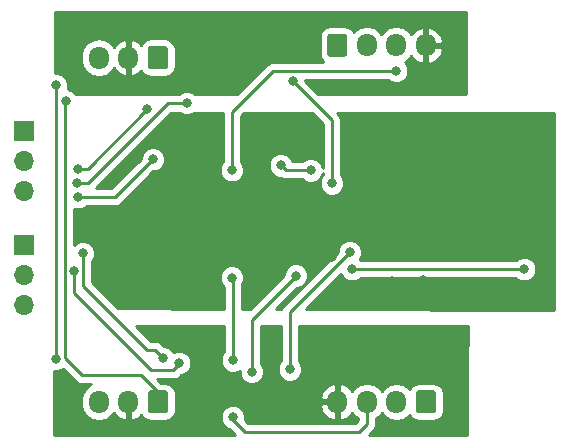
<source format=gbr>
G04 #@! TF.GenerationSoftware,KiCad,Pcbnew,(5.0.1)-3*
G04 #@! TF.CreationDate,2019-06-20T21:19:37-04:00*
G04 #@! TF.ProjectId,mars-aqua-adapter,6D6172732D617175612D616461707465,rev?*
G04 #@! TF.SameCoordinates,Original*
G04 #@! TF.FileFunction,Copper,L2,Bot,Signal*
G04 #@! TF.FilePolarity,Positive*
%FSLAX46Y46*%
G04 Gerber Fmt 4.6, Leading zero omitted, Abs format (unit mm)*
G04 Created by KiCad (PCBNEW (5.0.1)-3) date 6/20/2019 9:19:37 PM*
%MOMM*%
%LPD*%
G01*
G04 APERTURE LIST*
G04 #@! TA.AperFunction,Conductor*
%ADD10C,0.100000*%
G04 #@! TD*
G04 #@! TA.AperFunction,ComponentPad*
%ADD11C,1.700000*%
G04 #@! TD*
G04 #@! TA.AperFunction,ComponentPad*
%ADD12O,1.700000X1.950000*%
G04 #@! TD*
G04 #@! TA.AperFunction,ComponentPad*
%ADD13R,1.700000X1.700000*%
G04 #@! TD*
G04 #@! TA.AperFunction,ComponentPad*
%ADD14O,1.700000X1.700000*%
G04 #@! TD*
G04 #@! TA.AperFunction,ViaPad*
%ADD15C,0.800000*%
G04 #@! TD*
G04 #@! TA.AperFunction,Conductor*
%ADD16C,0.250000*%
G04 #@! TD*
G04 #@! TA.AperFunction,Conductor*
%ADD17C,0.254000*%
G04 #@! TD*
G04 APERTURE END LIST*
D10*
G04 #@! TO.N,/ch1_input*
G04 #@! TO.C,J2*
G36*
X123824504Y-109226204D02*
X123848773Y-109229804D01*
X123872571Y-109235765D01*
X123895671Y-109244030D01*
X123917849Y-109254520D01*
X123938893Y-109267133D01*
X123958598Y-109281747D01*
X123976777Y-109298223D01*
X123993253Y-109316402D01*
X124007867Y-109336107D01*
X124020480Y-109357151D01*
X124030970Y-109379329D01*
X124039235Y-109402429D01*
X124045196Y-109426227D01*
X124048796Y-109450496D01*
X124050000Y-109475000D01*
X124050000Y-110925000D01*
X124048796Y-110949504D01*
X124045196Y-110973773D01*
X124039235Y-110997571D01*
X124030970Y-111020671D01*
X124020480Y-111042849D01*
X124007867Y-111063893D01*
X123993253Y-111083598D01*
X123976777Y-111101777D01*
X123958598Y-111118253D01*
X123938893Y-111132867D01*
X123917849Y-111145480D01*
X123895671Y-111155970D01*
X123872571Y-111164235D01*
X123848773Y-111170196D01*
X123824504Y-111173796D01*
X123800000Y-111175000D01*
X122600000Y-111175000D01*
X122575496Y-111173796D01*
X122551227Y-111170196D01*
X122527429Y-111164235D01*
X122504329Y-111155970D01*
X122482151Y-111145480D01*
X122461107Y-111132867D01*
X122441402Y-111118253D01*
X122423223Y-111101777D01*
X122406747Y-111083598D01*
X122392133Y-111063893D01*
X122379520Y-111042849D01*
X122369030Y-111020671D01*
X122360765Y-110997571D01*
X122354804Y-110973773D01*
X122351204Y-110949504D01*
X122350000Y-110925000D01*
X122350000Y-109475000D01*
X122351204Y-109450496D01*
X122354804Y-109426227D01*
X122360765Y-109402429D01*
X122369030Y-109379329D01*
X122379520Y-109357151D01*
X122392133Y-109336107D01*
X122406747Y-109316402D01*
X122423223Y-109298223D01*
X122441402Y-109281747D01*
X122461107Y-109267133D01*
X122482151Y-109254520D01*
X122504329Y-109244030D01*
X122527429Y-109235765D01*
X122551227Y-109229804D01*
X122575496Y-109226204D01*
X122600000Y-109225000D01*
X123800000Y-109225000D01*
X123824504Y-109226204D01*
X123824504Y-109226204D01*
G37*
D11*
G04 #@! TD*
G04 #@! TO.P,J2,1*
G04 #@! TO.N,/ch1_input*
X123200000Y-110200000D03*
D12*
G04 #@! TO.P,J2,2*
G04 #@! TO.N,GND*
X120700000Y-110200000D03*
G04 #@! TO.P,J2,3*
G04 #@! TO.N,/ch2_input*
X118200000Y-110200000D03*
G04 #@! TD*
G04 #@! TO.P,J1,3*
G04 #@! TO.N,/ch2_input*
X118200000Y-81050000D03*
G04 #@! TO.P,J1,2*
G04 #@! TO.N,GND*
X120700000Y-81050000D03*
D10*
G04 #@! TD*
G04 #@! TO.N,/ch1_input*
G04 #@! TO.C,J1*
G36*
X123824504Y-80076204D02*
X123848773Y-80079804D01*
X123872571Y-80085765D01*
X123895671Y-80094030D01*
X123917849Y-80104520D01*
X123938893Y-80117133D01*
X123958598Y-80131747D01*
X123976777Y-80148223D01*
X123993253Y-80166402D01*
X124007867Y-80186107D01*
X124020480Y-80207151D01*
X124030970Y-80229329D01*
X124039235Y-80252429D01*
X124045196Y-80276227D01*
X124048796Y-80300496D01*
X124050000Y-80325000D01*
X124050000Y-81775000D01*
X124048796Y-81799504D01*
X124045196Y-81823773D01*
X124039235Y-81847571D01*
X124030970Y-81870671D01*
X124020480Y-81892849D01*
X124007867Y-81913893D01*
X123993253Y-81933598D01*
X123976777Y-81951777D01*
X123958598Y-81968253D01*
X123938893Y-81982867D01*
X123917849Y-81995480D01*
X123895671Y-82005970D01*
X123872571Y-82014235D01*
X123848773Y-82020196D01*
X123824504Y-82023796D01*
X123800000Y-82025000D01*
X122600000Y-82025000D01*
X122575496Y-82023796D01*
X122551227Y-82020196D01*
X122527429Y-82014235D01*
X122504329Y-82005970D01*
X122482151Y-81995480D01*
X122461107Y-81982867D01*
X122441402Y-81968253D01*
X122423223Y-81951777D01*
X122406747Y-81933598D01*
X122392133Y-81913893D01*
X122379520Y-81892849D01*
X122369030Y-81870671D01*
X122360765Y-81847571D01*
X122354804Y-81823773D01*
X122351204Y-81799504D01*
X122350000Y-81775000D01*
X122350000Y-80325000D01*
X122351204Y-80300496D01*
X122354804Y-80276227D01*
X122360765Y-80252429D01*
X122369030Y-80229329D01*
X122379520Y-80207151D01*
X122392133Y-80186107D01*
X122406747Y-80166402D01*
X122423223Y-80148223D01*
X122441402Y-80131747D01*
X122461107Y-80117133D01*
X122482151Y-80104520D01*
X122504329Y-80094030D01*
X122527429Y-80085765D01*
X122551227Y-80079804D01*
X122575496Y-80076204D01*
X122600000Y-80075000D01*
X123800000Y-80075000D01*
X123824504Y-80076204D01*
X123824504Y-80076204D01*
G37*
D11*
G04 #@! TO.P,J1,1*
G04 #@! TO.N,/ch1_input*
X123200000Y-81050000D03*
G04 #@! TD*
D10*
G04 #@! TO.N,/ch1_enable*
G04 #@! TO.C,J3*
G36*
X139006864Y-79026204D02*
X139031133Y-79029804D01*
X139054931Y-79035765D01*
X139078031Y-79044030D01*
X139100209Y-79054520D01*
X139121253Y-79067133D01*
X139140958Y-79081747D01*
X139159137Y-79098223D01*
X139175613Y-79116402D01*
X139190227Y-79136107D01*
X139202840Y-79157151D01*
X139213330Y-79179329D01*
X139221595Y-79202429D01*
X139227556Y-79226227D01*
X139231156Y-79250496D01*
X139232360Y-79275000D01*
X139232360Y-80725000D01*
X139231156Y-80749504D01*
X139227556Y-80773773D01*
X139221595Y-80797571D01*
X139213330Y-80820671D01*
X139202840Y-80842849D01*
X139190227Y-80863893D01*
X139175613Y-80883598D01*
X139159137Y-80901777D01*
X139140958Y-80918253D01*
X139121253Y-80932867D01*
X139100209Y-80945480D01*
X139078031Y-80955970D01*
X139054931Y-80964235D01*
X139031133Y-80970196D01*
X139006864Y-80973796D01*
X138982360Y-80975000D01*
X137782360Y-80975000D01*
X137757856Y-80973796D01*
X137733587Y-80970196D01*
X137709789Y-80964235D01*
X137686689Y-80955970D01*
X137664511Y-80945480D01*
X137643467Y-80932867D01*
X137623762Y-80918253D01*
X137605583Y-80901777D01*
X137589107Y-80883598D01*
X137574493Y-80863893D01*
X137561880Y-80842849D01*
X137551390Y-80820671D01*
X137543125Y-80797571D01*
X137537164Y-80773773D01*
X137533564Y-80749504D01*
X137532360Y-80725000D01*
X137532360Y-79275000D01*
X137533564Y-79250496D01*
X137537164Y-79226227D01*
X137543125Y-79202429D01*
X137551390Y-79179329D01*
X137561880Y-79157151D01*
X137574493Y-79136107D01*
X137589107Y-79116402D01*
X137605583Y-79098223D01*
X137623762Y-79081747D01*
X137643467Y-79067133D01*
X137664511Y-79054520D01*
X137686689Y-79044030D01*
X137709789Y-79035765D01*
X137733587Y-79029804D01*
X137757856Y-79026204D01*
X137782360Y-79025000D01*
X138982360Y-79025000D01*
X139006864Y-79026204D01*
X139006864Y-79026204D01*
G37*
D11*
G04 #@! TD*
G04 #@! TO.P,J3,1*
G04 #@! TO.N,/ch1_enable*
X138382360Y-80000000D03*
D12*
G04 #@! TO.P,J3,2*
G04 #@! TO.N,Net-(D3-Pad2)*
X140882360Y-80000000D03*
G04 #@! TO.P,J3,3*
G04 #@! TO.N,/ch1_output*
X143382360Y-80000000D03*
G04 #@! TO.P,J3,4*
G04 #@! TO.N,GND*
X145882360Y-80000000D03*
G04 #@! TD*
G04 #@! TO.P,J4,4*
G04 #@! TO.N,GND*
X138400000Y-110200000D03*
G04 #@! TO.P,J4,3*
G04 #@! TO.N,/ch2_output*
X140900000Y-110200000D03*
G04 #@! TO.P,J4,2*
G04 #@! TO.N,Net-(D4-Pad2)*
X143400000Y-110200000D03*
D10*
G04 #@! TD*
G04 #@! TO.N,/ch2_enable*
G04 #@! TO.C,J4*
G36*
X146524504Y-109226204D02*
X146548773Y-109229804D01*
X146572571Y-109235765D01*
X146595671Y-109244030D01*
X146617849Y-109254520D01*
X146638893Y-109267133D01*
X146658598Y-109281747D01*
X146676777Y-109298223D01*
X146693253Y-109316402D01*
X146707867Y-109336107D01*
X146720480Y-109357151D01*
X146730970Y-109379329D01*
X146739235Y-109402429D01*
X146745196Y-109426227D01*
X146748796Y-109450496D01*
X146750000Y-109475000D01*
X146750000Y-110925000D01*
X146748796Y-110949504D01*
X146745196Y-110973773D01*
X146739235Y-110997571D01*
X146730970Y-111020671D01*
X146720480Y-111042849D01*
X146707867Y-111063893D01*
X146693253Y-111083598D01*
X146676777Y-111101777D01*
X146658598Y-111118253D01*
X146638893Y-111132867D01*
X146617849Y-111145480D01*
X146595671Y-111155970D01*
X146572571Y-111164235D01*
X146548773Y-111170196D01*
X146524504Y-111173796D01*
X146500000Y-111175000D01*
X145300000Y-111175000D01*
X145275496Y-111173796D01*
X145251227Y-111170196D01*
X145227429Y-111164235D01*
X145204329Y-111155970D01*
X145182151Y-111145480D01*
X145161107Y-111132867D01*
X145141402Y-111118253D01*
X145123223Y-111101777D01*
X145106747Y-111083598D01*
X145092133Y-111063893D01*
X145079520Y-111042849D01*
X145069030Y-111020671D01*
X145060765Y-110997571D01*
X145054804Y-110973773D01*
X145051204Y-110949504D01*
X145050000Y-110925000D01*
X145050000Y-109475000D01*
X145051204Y-109450496D01*
X145054804Y-109426227D01*
X145060765Y-109402429D01*
X145069030Y-109379329D01*
X145079520Y-109357151D01*
X145092133Y-109336107D01*
X145106747Y-109316402D01*
X145123223Y-109298223D01*
X145141402Y-109281747D01*
X145161107Y-109267133D01*
X145182151Y-109254520D01*
X145204329Y-109244030D01*
X145227429Y-109235765D01*
X145251227Y-109229804D01*
X145275496Y-109226204D01*
X145300000Y-109225000D01*
X146500000Y-109225000D01*
X146524504Y-109226204D01*
X146524504Y-109226204D01*
G37*
D11*
G04 #@! TO.P,J4,1*
G04 #@! TO.N,/ch2_enable*
X145900000Y-110200000D03*
G04 #@! TD*
D13*
G04 #@! TO.P,J6,1*
G04 #@! TO.N,Net-(J6-Pad1)*
X111831120Y-87299800D03*
D14*
G04 #@! TO.P,J6,2*
G04 #@! TO.N,Net-(J6-Pad2)*
X111831120Y-89839800D03*
G04 #@! TO.P,J6,3*
G04 #@! TO.N,Net-(J6-Pad3)*
X111831120Y-92379800D03*
G04 #@! TD*
D13*
G04 #@! TO.P,J5,1*
G04 #@! TO.N,Net-(J5-Pad1)*
X111871760Y-96923860D03*
D14*
G04 #@! TO.P,J5,2*
G04 #@! TO.N,Net-(J5-Pad2)*
X111871760Y-99463860D03*
G04 #@! TO.P,J5,3*
G04 #@! TO.N,Net-(J5-Pad3)*
X111871760Y-102003860D03*
G04 #@! TD*
D15*
G04 #@! TO.N,+12V*
X151398000Y-90394000D03*
X137950000Y-97950000D03*
X127500000Y-90000000D03*
X145630000Y-99890000D03*
X143000000Y-100000000D03*
X126940000Y-99450000D03*
X150114000Y-94234000D03*
G04 #@! TO.N,GND*
X126690000Y-83180000D03*
X126690000Y-81590000D03*
X126690000Y-79760000D03*
X148336000Y-78236000D03*
X148336000Y-79946000D03*
X148336000Y-81656000D03*
X128524000Y-82550000D03*
X115496340Y-110418880D03*
X125552200Y-110373160D03*
X135882380Y-109598460D03*
X135882380Y-111010700D03*
X135836660Y-108051600D03*
X148465540Y-107683300D03*
X148465540Y-109291120D03*
X148465540Y-110944660D03*
X115420140Y-108539280D03*
X115443000Y-112026700D03*
X114932460Y-77861160D03*
G04 #@! TO.N,/ch2_input*
X114561620Y-83393280D03*
X114559080Y-106547920D03*
G04 #@! TO.N,/ch1_input*
X115412520Y-84749640D03*
G04 #@! TO.N,/ch1_output*
X143382360Y-82168360D03*
X129460000Y-90580000D03*
G04 #@! TO.N,/ch2_output*
X129540000Y-111506000D03*
X129540000Y-106680000D03*
X129460000Y-99670000D03*
G04 #@! TO.N,Net-(R20-Pad1)*
X136130000Y-90600000D03*
X133604000Y-90170000D03*
G04 #@! TO.N,Net-(R10-Pad2)*
X131155000Y-107635000D03*
X134885000Y-99505000D03*
G04 #@! TO.N,Net-(J5-Pad1)*
X116847620Y-97602040D03*
X123630000Y-106480000D03*
G04 #@! TO.N,Net-(J5-Pad2)*
X125006100Y-106916220D03*
X116113560Y-99103180D03*
G04 #@! TO.N,Net-(J6-Pad1)*
X122320000Y-85370000D03*
X116453920Y-90444320D03*
G04 #@! TO.N,Net-(J6-Pad2)*
X116370100Y-91668600D03*
X125646180Y-84889340D03*
G04 #@! TO.N,Net-(J6-Pad3)*
X122786140Y-89646760D03*
X116425980Y-92872560D03*
G04 #@! TO.N,/Vref*
X139446000Y-97536000D03*
X134366000Y-107442000D03*
X134620000Y-83058000D03*
X137922000Y-91694000D03*
G04 #@! TO.N,Net-(Q4-Pad1)*
X154220000Y-98960000D03*
X139630000Y-98960000D03*
G04 #@! TD*
D16*
G04 #@! TO.N,/ch2_input*
X114561620Y-103604060D02*
X114561620Y-83393280D01*
X114561620Y-106545380D02*
X114561620Y-103604060D01*
X114559080Y-106547920D02*
X114561620Y-106545380D01*
G04 #@! TO.N,/ch1_input*
X115351560Y-84810600D02*
X115412520Y-84749640D01*
X115351560Y-106504740D02*
X115351560Y-84810600D01*
X116791740Y-107944920D02*
X115351560Y-106504740D01*
X121742200Y-107944920D02*
X116791740Y-107944920D01*
X123200000Y-110200000D02*
X123200000Y-109402720D01*
X123200000Y-109402720D02*
X121742200Y-107944920D01*
G04 #@! TO.N,/ch1_output*
X129460000Y-85678000D02*
X129460000Y-90580000D01*
X143382360Y-82168360D02*
X132969640Y-82168360D01*
X132969640Y-82168360D02*
X129460000Y-85678000D01*
G04 #@! TO.N,/ch2_output*
X140900000Y-110200000D02*
X140900000Y-112084000D01*
X140900000Y-112084000D02*
X140208000Y-112776000D01*
X140208000Y-112776000D02*
X130556000Y-112776000D01*
X130556000Y-112776000D02*
X129540000Y-111760000D01*
X129540000Y-111760000D02*
X129540000Y-111506000D01*
X129540000Y-106680000D02*
X129540000Y-99750000D01*
X129540000Y-99750000D02*
X129460000Y-99670000D01*
G04 #@! TO.N,Net-(R20-Pad1)*
X136130000Y-90600000D02*
X134034000Y-90600000D01*
X134034000Y-90600000D02*
X133604000Y-90170000D01*
G04 #@! TO.N,Net-(R10-Pad2)*
X131155000Y-107635000D02*
X131155000Y-103265000D01*
X131155000Y-103265000D02*
X134885000Y-99535000D01*
X134885000Y-99535000D02*
X134885000Y-99505000D01*
G04 #@! TO.N,Net-(J5-Pad1)*
X116847620Y-100352860D02*
X116847620Y-97602040D01*
X122288300Y-105793540D02*
X116847620Y-100352860D01*
X122943540Y-105793540D02*
X122288300Y-105793540D01*
X123630000Y-106480000D02*
X122943540Y-105793540D01*
G04 #@! TO.N,Net-(J5-Pad2)*
X125006100Y-106916220D02*
X125006100Y-107015280D01*
X125006100Y-107015280D02*
X124493020Y-107528360D01*
X124493020Y-107528360D02*
X122651520Y-107528360D01*
X122651520Y-107528360D02*
X116113560Y-100990400D01*
X116113560Y-100990400D02*
X116113560Y-99103180D01*
G04 #@! TO.N,Net-(J6-Pad1)*
X117245680Y-90444320D02*
X122320000Y-85370000D01*
X116453920Y-90444320D02*
X117245680Y-90444320D01*
G04 #@! TO.N,Net-(J6-Pad2)*
X116370100Y-91668600D02*
X116888260Y-91668600D01*
X116888260Y-91668600D02*
X117304820Y-91668600D01*
X117304820Y-91668600D02*
X124084080Y-84889340D01*
X124084080Y-84889340D02*
X125646180Y-84889340D01*
G04 #@! TO.N,Net-(J6-Pad3)*
X122786140Y-89646760D02*
X119560340Y-92872560D01*
X119560340Y-92872560D02*
X116425980Y-92872560D01*
G04 #@! TO.N,/Vref*
X139446000Y-97536000D02*
X134620000Y-102362000D01*
X134620000Y-102362000D02*
X134366000Y-102616000D01*
X134366000Y-102616000D02*
X134366000Y-107442000D01*
X134620000Y-83058000D02*
X137922000Y-86360000D01*
X137922000Y-86360000D02*
X137922000Y-91694000D01*
G04 #@! TO.N,Net-(Q4-Pad1)*
X154220000Y-98960000D02*
X139630000Y-98960000D01*
G04 #@! TD*
D17*
G04 #@! TO.N,GND*
G36*
X149255480Y-84122260D02*
X136759061Y-84122260D01*
X135655000Y-83018199D01*
X135655000Y-82928360D01*
X142678649Y-82928360D01*
X142796080Y-83045791D01*
X143176486Y-83203360D01*
X143588234Y-83203360D01*
X143968640Y-83045791D01*
X144259791Y-82754640D01*
X144417360Y-82374234D01*
X144417360Y-81962486D01*
X144259791Y-81582080D01*
X144105511Y-81427800D01*
X144452985Y-81195625D01*
X144635606Y-80922313D01*
X145011167Y-81327497D01*
X145525470Y-81566476D01*
X145755360Y-81445155D01*
X145755360Y-80127000D01*
X146009360Y-80127000D01*
X146009360Y-81445155D01*
X146239250Y-81566476D01*
X146753553Y-81327497D01*
X147147413Y-80902571D01*
X147348680Y-80359267D01*
X147208525Y-80127000D01*
X146009360Y-80127000D01*
X145755360Y-80127000D01*
X145735360Y-80127000D01*
X145735360Y-79873000D01*
X145755360Y-79873000D01*
X145755360Y-78554845D01*
X146009360Y-78554845D01*
X146009360Y-79873000D01*
X147208525Y-79873000D01*
X147348680Y-79640733D01*
X147147413Y-79097429D01*
X146753553Y-78672503D01*
X146239250Y-78433524D01*
X146009360Y-78554845D01*
X145755360Y-78554845D01*
X145525470Y-78433524D01*
X145011167Y-78672503D01*
X144635606Y-79077687D01*
X144452985Y-78804375D01*
X143961777Y-78476161D01*
X143382360Y-78360908D01*
X142802942Y-78476161D01*
X142311735Y-78804375D01*
X142132360Y-79072829D01*
X141952985Y-78804375D01*
X141461777Y-78476161D01*
X140882360Y-78360908D01*
X140302942Y-78476161D01*
X139811735Y-78804375D01*
X139769118Y-78868156D01*
X139616946Y-78640414D01*
X139325795Y-78445874D01*
X138982360Y-78377560D01*
X137782360Y-78377560D01*
X137438925Y-78445874D01*
X137147774Y-78640414D01*
X136953234Y-78931565D01*
X136884920Y-79275000D01*
X136884920Y-80725000D01*
X136953234Y-81068435D01*
X137147774Y-81359586D01*
X137220770Y-81408360D01*
X133044486Y-81408360D01*
X132969639Y-81393472D01*
X132894792Y-81408360D01*
X132894788Y-81408360D01*
X132673103Y-81452456D01*
X132673101Y-81452457D01*
X132673102Y-81452457D01*
X132485166Y-81578031D01*
X132485164Y-81578033D01*
X132421711Y-81620431D01*
X132379313Y-81683884D01*
X129940938Y-84122260D01*
X126342811Y-84122260D01*
X126232460Y-84011909D01*
X125852054Y-83854340D01*
X125440306Y-83854340D01*
X125059900Y-84011909D01*
X124949549Y-84122260D01*
X124123332Y-84122260D01*
X124084079Y-84114452D01*
X124044826Y-84122260D01*
X116248851Y-84122260D01*
X115998800Y-83872209D01*
X115618394Y-83714640D01*
X115548784Y-83714640D01*
X115596620Y-83599154D01*
X115596620Y-83187406D01*
X115439051Y-82807000D01*
X115147900Y-82515849D01*
X114767494Y-82358280D01*
X114513360Y-82358280D01*
X114513360Y-80778744D01*
X116715000Y-80778744D01*
X116715000Y-81321255D01*
X116801161Y-81754417D01*
X117129375Y-82245625D01*
X117620582Y-82573839D01*
X118200000Y-82689092D01*
X118779417Y-82573839D01*
X119270625Y-82245625D01*
X119453246Y-81972313D01*
X119828807Y-82377497D01*
X120343110Y-82616476D01*
X120573000Y-82495155D01*
X120573000Y-81177000D01*
X120553000Y-81177000D01*
X120553000Y-80923000D01*
X120573000Y-80923000D01*
X120573000Y-79604845D01*
X120827000Y-79604845D01*
X120827000Y-80923000D01*
X120847000Y-80923000D01*
X120847000Y-81177000D01*
X120827000Y-81177000D01*
X120827000Y-82495155D01*
X121056890Y-82616476D01*
X121571193Y-82377497D01*
X121787815Y-82143789D01*
X121965414Y-82409586D01*
X122256565Y-82604126D01*
X122600000Y-82672440D01*
X123800000Y-82672440D01*
X124143435Y-82604126D01*
X124434586Y-82409586D01*
X124629126Y-82118435D01*
X124697440Y-81775000D01*
X124697440Y-80325000D01*
X124629126Y-79981565D01*
X124434586Y-79690414D01*
X124143435Y-79495874D01*
X123800000Y-79427560D01*
X122600000Y-79427560D01*
X122256565Y-79495874D01*
X121965414Y-79690414D01*
X121787815Y-79956211D01*
X121571193Y-79722503D01*
X121056890Y-79483524D01*
X120827000Y-79604845D01*
X120573000Y-79604845D01*
X120343110Y-79483524D01*
X119828807Y-79722503D01*
X119453246Y-80127687D01*
X119270625Y-79854375D01*
X118779418Y-79526161D01*
X118200000Y-79410908D01*
X117620583Y-79526161D01*
X117129375Y-79854375D01*
X116801161Y-80345582D01*
X116715000Y-80778744D01*
X114513360Y-80778744D01*
X114513360Y-77210000D01*
X149255480Y-77210000D01*
X149255480Y-84122260D01*
X149255480Y-84122260D01*
G37*
X149255480Y-84122260D02*
X136759061Y-84122260D01*
X135655000Y-83018199D01*
X135655000Y-82928360D01*
X142678649Y-82928360D01*
X142796080Y-83045791D01*
X143176486Y-83203360D01*
X143588234Y-83203360D01*
X143968640Y-83045791D01*
X144259791Y-82754640D01*
X144417360Y-82374234D01*
X144417360Y-81962486D01*
X144259791Y-81582080D01*
X144105511Y-81427800D01*
X144452985Y-81195625D01*
X144635606Y-80922313D01*
X145011167Y-81327497D01*
X145525470Y-81566476D01*
X145755360Y-81445155D01*
X145755360Y-80127000D01*
X146009360Y-80127000D01*
X146009360Y-81445155D01*
X146239250Y-81566476D01*
X146753553Y-81327497D01*
X147147413Y-80902571D01*
X147348680Y-80359267D01*
X147208525Y-80127000D01*
X146009360Y-80127000D01*
X145755360Y-80127000D01*
X145735360Y-80127000D01*
X145735360Y-79873000D01*
X145755360Y-79873000D01*
X145755360Y-78554845D01*
X146009360Y-78554845D01*
X146009360Y-79873000D01*
X147208525Y-79873000D01*
X147348680Y-79640733D01*
X147147413Y-79097429D01*
X146753553Y-78672503D01*
X146239250Y-78433524D01*
X146009360Y-78554845D01*
X145755360Y-78554845D01*
X145525470Y-78433524D01*
X145011167Y-78672503D01*
X144635606Y-79077687D01*
X144452985Y-78804375D01*
X143961777Y-78476161D01*
X143382360Y-78360908D01*
X142802942Y-78476161D01*
X142311735Y-78804375D01*
X142132360Y-79072829D01*
X141952985Y-78804375D01*
X141461777Y-78476161D01*
X140882360Y-78360908D01*
X140302942Y-78476161D01*
X139811735Y-78804375D01*
X139769118Y-78868156D01*
X139616946Y-78640414D01*
X139325795Y-78445874D01*
X138982360Y-78377560D01*
X137782360Y-78377560D01*
X137438925Y-78445874D01*
X137147774Y-78640414D01*
X136953234Y-78931565D01*
X136884920Y-79275000D01*
X136884920Y-80725000D01*
X136953234Y-81068435D01*
X137147774Y-81359586D01*
X137220770Y-81408360D01*
X133044486Y-81408360D01*
X132969639Y-81393472D01*
X132894792Y-81408360D01*
X132894788Y-81408360D01*
X132673103Y-81452456D01*
X132673101Y-81452457D01*
X132673102Y-81452457D01*
X132485166Y-81578031D01*
X132485164Y-81578033D01*
X132421711Y-81620431D01*
X132379313Y-81683884D01*
X129940938Y-84122260D01*
X126342811Y-84122260D01*
X126232460Y-84011909D01*
X125852054Y-83854340D01*
X125440306Y-83854340D01*
X125059900Y-84011909D01*
X124949549Y-84122260D01*
X124123332Y-84122260D01*
X124084079Y-84114452D01*
X124044826Y-84122260D01*
X116248851Y-84122260D01*
X115998800Y-83872209D01*
X115618394Y-83714640D01*
X115548784Y-83714640D01*
X115596620Y-83599154D01*
X115596620Y-83187406D01*
X115439051Y-82807000D01*
X115147900Y-82515849D01*
X114767494Y-82358280D01*
X114513360Y-82358280D01*
X114513360Y-80778744D01*
X116715000Y-80778744D01*
X116715000Y-81321255D01*
X116801161Y-81754417D01*
X117129375Y-82245625D01*
X117620582Y-82573839D01*
X118200000Y-82689092D01*
X118779417Y-82573839D01*
X119270625Y-82245625D01*
X119453246Y-81972313D01*
X119828807Y-82377497D01*
X120343110Y-82616476D01*
X120573000Y-82495155D01*
X120573000Y-81177000D01*
X120553000Y-81177000D01*
X120553000Y-80923000D01*
X120573000Y-80923000D01*
X120573000Y-79604845D01*
X120827000Y-79604845D01*
X120827000Y-80923000D01*
X120847000Y-80923000D01*
X120847000Y-81177000D01*
X120827000Y-81177000D01*
X120827000Y-82495155D01*
X121056890Y-82616476D01*
X121571193Y-82377497D01*
X121787815Y-82143789D01*
X121965414Y-82409586D01*
X122256565Y-82604126D01*
X122600000Y-82672440D01*
X123800000Y-82672440D01*
X124143435Y-82604126D01*
X124434586Y-82409586D01*
X124629126Y-82118435D01*
X124697440Y-81775000D01*
X124697440Y-80325000D01*
X124629126Y-79981565D01*
X124434586Y-79690414D01*
X124143435Y-79495874D01*
X123800000Y-79427560D01*
X122600000Y-79427560D01*
X122256565Y-79495874D01*
X121965414Y-79690414D01*
X121787815Y-79956211D01*
X121571193Y-79722503D01*
X121056890Y-79483524D01*
X120827000Y-79604845D01*
X120573000Y-79604845D01*
X120343110Y-79483524D01*
X119828807Y-79722503D01*
X119453246Y-80127687D01*
X119270625Y-79854375D01*
X118779418Y-79526161D01*
X118200000Y-79410908D01*
X117620583Y-79526161D01*
X117129375Y-79854375D01*
X116801161Y-80345582D01*
X116715000Y-80778744D01*
X114513360Y-80778744D01*
X114513360Y-77210000D01*
X149255480Y-77210000D01*
X149255480Y-84122260D01*
G36*
X128780000Y-103770448D02*
X128780000Y-105976289D01*
X128662569Y-106093720D01*
X128505000Y-106474126D01*
X128505000Y-106885874D01*
X128662569Y-107266280D01*
X128953720Y-107557431D01*
X129334126Y-107715000D01*
X129745874Y-107715000D01*
X130120000Y-107560032D01*
X130120000Y-107840874D01*
X130277569Y-108221280D01*
X130568720Y-108512431D01*
X130949126Y-108670000D01*
X131360874Y-108670000D01*
X131741280Y-108512431D01*
X132032431Y-108221280D01*
X132190000Y-107840874D01*
X132190000Y-107429126D01*
X132032431Y-107048720D01*
X131915000Y-106931289D01*
X131915000Y-103774098D01*
X133606000Y-103776067D01*
X133606001Y-106738288D01*
X133488569Y-106855720D01*
X133331000Y-107236126D01*
X133331000Y-107647874D01*
X133488569Y-108028280D01*
X133779720Y-108319431D01*
X134160126Y-108477000D01*
X134571874Y-108477000D01*
X134952280Y-108319431D01*
X135243431Y-108028280D01*
X135401000Y-107647874D01*
X135401000Y-107236126D01*
X135243431Y-106855720D01*
X135126000Y-106738289D01*
X135126000Y-103777837D01*
X149426317Y-103794489D01*
X149343036Y-107306990D01*
X149343004Y-107310967D01*
X149386232Y-112990560D01*
X141068241Y-112990560D01*
X141384473Y-112674329D01*
X141447929Y-112631929D01*
X141549804Y-112479463D01*
X141615904Y-112380538D01*
X141646231Y-112228071D01*
X141660000Y-112158852D01*
X141660000Y-112158848D01*
X141674888Y-112084000D01*
X141660000Y-112009152D01*
X141660000Y-111603178D01*
X141970625Y-111395625D01*
X142150000Y-111127171D01*
X142329375Y-111395625D01*
X142820582Y-111723839D01*
X143400000Y-111839092D01*
X143979417Y-111723839D01*
X144470625Y-111395625D01*
X144513242Y-111331844D01*
X144665414Y-111559586D01*
X144956565Y-111754126D01*
X145300000Y-111822440D01*
X146500000Y-111822440D01*
X146843435Y-111754126D01*
X147134586Y-111559586D01*
X147329126Y-111268435D01*
X147397440Y-110925000D01*
X147397440Y-109475000D01*
X147329126Y-109131565D01*
X147134586Y-108840414D01*
X146843435Y-108645874D01*
X146500000Y-108577560D01*
X145300000Y-108577560D01*
X144956565Y-108645874D01*
X144665414Y-108840414D01*
X144513242Y-109068156D01*
X144470625Y-109004375D01*
X143979418Y-108676161D01*
X143400000Y-108560908D01*
X142820583Y-108676161D01*
X142329375Y-109004375D01*
X142150000Y-109272829D01*
X141970625Y-109004375D01*
X141479418Y-108676161D01*
X140900000Y-108560908D01*
X140320583Y-108676161D01*
X139829375Y-109004375D01*
X139646754Y-109277687D01*
X139271193Y-108872503D01*
X138756890Y-108633524D01*
X138527000Y-108754845D01*
X138527000Y-110073000D01*
X138547000Y-110073000D01*
X138547000Y-110327000D01*
X138527000Y-110327000D01*
X138527000Y-111645155D01*
X138756890Y-111766476D01*
X139271193Y-111527497D01*
X139646754Y-111122313D01*
X139829375Y-111395625D01*
X140140001Y-111603178D01*
X140140001Y-111769198D01*
X139893199Y-112016000D01*
X130870802Y-112016000D01*
X130572562Y-111717760D01*
X130575000Y-111711874D01*
X130575000Y-111300126D01*
X130417431Y-110919720D01*
X130126280Y-110628569D01*
X129958970Y-110559267D01*
X136933680Y-110559267D01*
X137134947Y-111102571D01*
X137528807Y-111527497D01*
X138043110Y-111766476D01*
X138273000Y-111645155D01*
X138273000Y-110327000D01*
X137073835Y-110327000D01*
X136933680Y-110559267D01*
X129958970Y-110559267D01*
X129745874Y-110471000D01*
X129334126Y-110471000D01*
X128953720Y-110628569D01*
X128662569Y-110919720D01*
X128505000Y-111300126D01*
X128505000Y-111711874D01*
X128662569Y-112092280D01*
X128953720Y-112383431D01*
X129184025Y-112478826D01*
X129695758Y-112990560D01*
X114387000Y-112990560D01*
X114387000Y-107582920D01*
X114764954Y-107582920D01*
X115145360Y-107425351D01*
X115171365Y-107399346D01*
X116201410Y-108429392D01*
X116243811Y-108492849D01*
X116495203Y-108660824D01*
X116716888Y-108704920D01*
X116716892Y-108704920D01*
X116791739Y-108719808D01*
X116866586Y-108704920D01*
X117577542Y-108704920D01*
X117129375Y-109004375D01*
X116801161Y-109495582D01*
X116715000Y-109928744D01*
X116715000Y-110471255D01*
X116801161Y-110904417D01*
X117129375Y-111395625D01*
X117620582Y-111723839D01*
X118200000Y-111839092D01*
X118779417Y-111723839D01*
X119270625Y-111395625D01*
X119453246Y-111122313D01*
X119828807Y-111527497D01*
X120343110Y-111766476D01*
X120573000Y-111645155D01*
X120573000Y-110327000D01*
X120553000Y-110327000D01*
X120553000Y-110073000D01*
X120573000Y-110073000D01*
X120573000Y-110053000D01*
X120827000Y-110053000D01*
X120827000Y-110073000D01*
X120847000Y-110073000D01*
X120847000Y-110327000D01*
X120827000Y-110327000D01*
X120827000Y-111645155D01*
X121056890Y-111766476D01*
X121571193Y-111527497D01*
X121787815Y-111293789D01*
X121965414Y-111559586D01*
X122256565Y-111754126D01*
X122600000Y-111822440D01*
X123800000Y-111822440D01*
X124143435Y-111754126D01*
X124434586Y-111559586D01*
X124629126Y-111268435D01*
X124697440Y-110925000D01*
X124697440Y-109840733D01*
X136933680Y-109840733D01*
X137073835Y-110073000D01*
X138273000Y-110073000D01*
X138273000Y-108754845D01*
X138043110Y-108633524D01*
X137528807Y-108872503D01*
X137134947Y-109297429D01*
X136933680Y-109840733D01*
X124697440Y-109840733D01*
X124697440Y-109475000D01*
X124629126Y-109131565D01*
X124434586Y-108840414D01*
X124143435Y-108645874D01*
X123800000Y-108577560D01*
X123449642Y-108577560D01*
X123160442Y-108288360D01*
X124418173Y-108288360D01*
X124493020Y-108303248D01*
X124567867Y-108288360D01*
X124567872Y-108288360D01*
X124789557Y-108244264D01*
X125040949Y-108076289D01*
X125083351Y-108012830D01*
X125144961Y-107951220D01*
X125211974Y-107951220D01*
X125592380Y-107793651D01*
X125883531Y-107502500D01*
X126041100Y-107122094D01*
X126041100Y-106710346D01*
X125883531Y-106329940D01*
X125592380Y-106038789D01*
X125211974Y-105881220D01*
X124800226Y-105881220D01*
X124545890Y-105986569D01*
X124507431Y-105893720D01*
X124216280Y-105602569D01*
X123835874Y-105445000D01*
X123669801Y-105445000D01*
X123533871Y-105309070D01*
X123491469Y-105245611D01*
X123240077Y-105077636D01*
X123018392Y-105033540D01*
X123018387Y-105033540D01*
X122943540Y-105018652D01*
X122868693Y-105033540D01*
X122603103Y-105033540D01*
X121331337Y-103761774D01*
X128780000Y-103770448D01*
X128780000Y-103770448D01*
G37*
X128780000Y-103770448D02*
X128780000Y-105976289D01*
X128662569Y-106093720D01*
X128505000Y-106474126D01*
X128505000Y-106885874D01*
X128662569Y-107266280D01*
X128953720Y-107557431D01*
X129334126Y-107715000D01*
X129745874Y-107715000D01*
X130120000Y-107560032D01*
X130120000Y-107840874D01*
X130277569Y-108221280D01*
X130568720Y-108512431D01*
X130949126Y-108670000D01*
X131360874Y-108670000D01*
X131741280Y-108512431D01*
X132032431Y-108221280D01*
X132190000Y-107840874D01*
X132190000Y-107429126D01*
X132032431Y-107048720D01*
X131915000Y-106931289D01*
X131915000Y-103774098D01*
X133606000Y-103776067D01*
X133606001Y-106738288D01*
X133488569Y-106855720D01*
X133331000Y-107236126D01*
X133331000Y-107647874D01*
X133488569Y-108028280D01*
X133779720Y-108319431D01*
X134160126Y-108477000D01*
X134571874Y-108477000D01*
X134952280Y-108319431D01*
X135243431Y-108028280D01*
X135401000Y-107647874D01*
X135401000Y-107236126D01*
X135243431Y-106855720D01*
X135126000Y-106738289D01*
X135126000Y-103777837D01*
X149426317Y-103794489D01*
X149343036Y-107306990D01*
X149343004Y-107310967D01*
X149386232Y-112990560D01*
X141068241Y-112990560D01*
X141384473Y-112674329D01*
X141447929Y-112631929D01*
X141549804Y-112479463D01*
X141615904Y-112380538D01*
X141646231Y-112228071D01*
X141660000Y-112158852D01*
X141660000Y-112158848D01*
X141674888Y-112084000D01*
X141660000Y-112009152D01*
X141660000Y-111603178D01*
X141970625Y-111395625D01*
X142150000Y-111127171D01*
X142329375Y-111395625D01*
X142820582Y-111723839D01*
X143400000Y-111839092D01*
X143979417Y-111723839D01*
X144470625Y-111395625D01*
X144513242Y-111331844D01*
X144665414Y-111559586D01*
X144956565Y-111754126D01*
X145300000Y-111822440D01*
X146500000Y-111822440D01*
X146843435Y-111754126D01*
X147134586Y-111559586D01*
X147329126Y-111268435D01*
X147397440Y-110925000D01*
X147397440Y-109475000D01*
X147329126Y-109131565D01*
X147134586Y-108840414D01*
X146843435Y-108645874D01*
X146500000Y-108577560D01*
X145300000Y-108577560D01*
X144956565Y-108645874D01*
X144665414Y-108840414D01*
X144513242Y-109068156D01*
X144470625Y-109004375D01*
X143979418Y-108676161D01*
X143400000Y-108560908D01*
X142820583Y-108676161D01*
X142329375Y-109004375D01*
X142150000Y-109272829D01*
X141970625Y-109004375D01*
X141479418Y-108676161D01*
X140900000Y-108560908D01*
X140320583Y-108676161D01*
X139829375Y-109004375D01*
X139646754Y-109277687D01*
X139271193Y-108872503D01*
X138756890Y-108633524D01*
X138527000Y-108754845D01*
X138527000Y-110073000D01*
X138547000Y-110073000D01*
X138547000Y-110327000D01*
X138527000Y-110327000D01*
X138527000Y-111645155D01*
X138756890Y-111766476D01*
X139271193Y-111527497D01*
X139646754Y-111122313D01*
X139829375Y-111395625D01*
X140140001Y-111603178D01*
X140140001Y-111769198D01*
X139893199Y-112016000D01*
X130870802Y-112016000D01*
X130572562Y-111717760D01*
X130575000Y-111711874D01*
X130575000Y-111300126D01*
X130417431Y-110919720D01*
X130126280Y-110628569D01*
X129958970Y-110559267D01*
X136933680Y-110559267D01*
X137134947Y-111102571D01*
X137528807Y-111527497D01*
X138043110Y-111766476D01*
X138273000Y-111645155D01*
X138273000Y-110327000D01*
X137073835Y-110327000D01*
X136933680Y-110559267D01*
X129958970Y-110559267D01*
X129745874Y-110471000D01*
X129334126Y-110471000D01*
X128953720Y-110628569D01*
X128662569Y-110919720D01*
X128505000Y-111300126D01*
X128505000Y-111711874D01*
X128662569Y-112092280D01*
X128953720Y-112383431D01*
X129184025Y-112478826D01*
X129695758Y-112990560D01*
X114387000Y-112990560D01*
X114387000Y-107582920D01*
X114764954Y-107582920D01*
X115145360Y-107425351D01*
X115171365Y-107399346D01*
X116201410Y-108429392D01*
X116243811Y-108492849D01*
X116495203Y-108660824D01*
X116716888Y-108704920D01*
X116716892Y-108704920D01*
X116791739Y-108719808D01*
X116866586Y-108704920D01*
X117577542Y-108704920D01*
X117129375Y-109004375D01*
X116801161Y-109495582D01*
X116715000Y-109928744D01*
X116715000Y-110471255D01*
X116801161Y-110904417D01*
X117129375Y-111395625D01*
X117620582Y-111723839D01*
X118200000Y-111839092D01*
X118779417Y-111723839D01*
X119270625Y-111395625D01*
X119453246Y-111122313D01*
X119828807Y-111527497D01*
X120343110Y-111766476D01*
X120573000Y-111645155D01*
X120573000Y-110327000D01*
X120553000Y-110327000D01*
X120553000Y-110073000D01*
X120573000Y-110073000D01*
X120573000Y-110053000D01*
X120827000Y-110053000D01*
X120827000Y-110073000D01*
X120847000Y-110073000D01*
X120847000Y-110327000D01*
X120827000Y-110327000D01*
X120827000Y-111645155D01*
X121056890Y-111766476D01*
X121571193Y-111527497D01*
X121787815Y-111293789D01*
X121965414Y-111559586D01*
X122256565Y-111754126D01*
X122600000Y-111822440D01*
X123800000Y-111822440D01*
X124143435Y-111754126D01*
X124434586Y-111559586D01*
X124629126Y-111268435D01*
X124697440Y-110925000D01*
X124697440Y-109840733D01*
X136933680Y-109840733D01*
X137073835Y-110073000D01*
X138273000Y-110073000D01*
X138273000Y-108754845D01*
X138043110Y-108633524D01*
X137528807Y-108872503D01*
X137134947Y-109297429D01*
X136933680Y-109840733D01*
X124697440Y-109840733D01*
X124697440Y-109475000D01*
X124629126Y-109131565D01*
X124434586Y-108840414D01*
X124143435Y-108645874D01*
X123800000Y-108577560D01*
X123449642Y-108577560D01*
X123160442Y-108288360D01*
X124418173Y-108288360D01*
X124493020Y-108303248D01*
X124567867Y-108288360D01*
X124567872Y-108288360D01*
X124789557Y-108244264D01*
X125040949Y-108076289D01*
X125083351Y-108012830D01*
X125144961Y-107951220D01*
X125211974Y-107951220D01*
X125592380Y-107793651D01*
X125883531Y-107502500D01*
X126041100Y-107122094D01*
X126041100Y-106710346D01*
X125883531Y-106329940D01*
X125592380Y-106038789D01*
X125211974Y-105881220D01*
X124800226Y-105881220D01*
X124545890Y-105986569D01*
X124507431Y-105893720D01*
X124216280Y-105602569D01*
X123835874Y-105445000D01*
X123669801Y-105445000D01*
X123533871Y-105309070D01*
X123491469Y-105245611D01*
X123240077Y-105077636D01*
X123018392Y-105033540D01*
X123018387Y-105033540D01*
X122943540Y-105018652D01*
X122868693Y-105033540D01*
X122603103Y-105033540D01*
X121331337Y-103761774D01*
X128780000Y-103770448D01*
G04 #@! TO.N,+12V*
G36*
X156749681Y-102415616D02*
X135712864Y-102343937D01*
X138681675Y-99375127D01*
X138752569Y-99546280D01*
X139043720Y-99837431D01*
X139424126Y-99995000D01*
X139835874Y-99995000D01*
X140216280Y-99837431D01*
X140333711Y-99720000D01*
X153516289Y-99720000D01*
X153633720Y-99837431D01*
X154014126Y-99995000D01*
X154425874Y-99995000D01*
X154806280Y-99837431D01*
X155097431Y-99546280D01*
X155255000Y-99165874D01*
X155255000Y-98754126D01*
X155097431Y-98373720D01*
X154806280Y-98082569D01*
X154425874Y-97925000D01*
X154014126Y-97925000D01*
X153633720Y-98082569D01*
X153516289Y-98200000D01*
X140333711Y-98200000D01*
X140289711Y-98156000D01*
X140323431Y-98122280D01*
X140481000Y-97741874D01*
X140481000Y-97330126D01*
X140323431Y-96949720D01*
X140032280Y-96658569D01*
X139651874Y-96501000D01*
X139240126Y-96501000D01*
X138859720Y-96658569D01*
X138568569Y-96949720D01*
X138411000Y-97330126D01*
X138411000Y-97496198D01*
X134135528Y-101771671D01*
X133881530Y-102025669D01*
X133818071Y-102068071D01*
X133650096Y-102319464D01*
X133646628Y-102336896D01*
X133159565Y-102335237D01*
X134954802Y-100540000D01*
X135090874Y-100540000D01*
X135471280Y-100382431D01*
X135762431Y-100091280D01*
X135920000Y-99710874D01*
X135920000Y-99299126D01*
X135762431Y-98918720D01*
X135471280Y-98627569D01*
X135090874Y-98470000D01*
X134679126Y-98470000D01*
X134298720Y-98627569D01*
X134007569Y-98918720D01*
X133850000Y-99299126D01*
X133850000Y-99495198D01*
X131017262Y-102327937D01*
X130300000Y-102325493D01*
X130300000Y-100293711D01*
X130337431Y-100256280D01*
X130495000Y-99875874D01*
X130495000Y-99464126D01*
X130337431Y-99083720D01*
X130046280Y-98792569D01*
X129665874Y-98635000D01*
X129254126Y-98635000D01*
X128873720Y-98792569D01*
X128582569Y-99083720D01*
X128425000Y-99464126D01*
X128425000Y-99875874D01*
X128582569Y-100256280D01*
X128780001Y-100453712D01*
X128780001Y-102320314D01*
X119859481Y-102289919D01*
X117607620Y-100038059D01*
X117607620Y-98305751D01*
X117725051Y-98188320D01*
X117882620Y-97807914D01*
X117882620Y-97396166D01*
X117725051Y-97015760D01*
X117433900Y-96724609D01*
X117053494Y-96567040D01*
X116641746Y-96567040D01*
X116261340Y-96724609D01*
X116111560Y-96874389D01*
X116111560Y-93862599D01*
X116220106Y-93907560D01*
X116631854Y-93907560D01*
X117012260Y-93749991D01*
X117129691Y-93632560D01*
X119485493Y-93632560D01*
X119560340Y-93647448D01*
X119635187Y-93632560D01*
X119635192Y-93632560D01*
X119856877Y-93588464D01*
X120108269Y-93420489D01*
X120150671Y-93357030D01*
X122825942Y-90681760D01*
X122992014Y-90681760D01*
X123372420Y-90524191D01*
X123663571Y-90233040D01*
X123821140Y-89852634D01*
X123821140Y-89440886D01*
X123663571Y-89060480D01*
X123372420Y-88769329D01*
X122992014Y-88611760D01*
X122580266Y-88611760D01*
X122199860Y-88769329D01*
X121908709Y-89060480D01*
X121751140Y-89440886D01*
X121751140Y-89606958D01*
X119245539Y-92112560D01*
X117935661Y-92112560D01*
X124322634Y-85725589D01*
X125018439Y-85725310D01*
X125059900Y-85766771D01*
X125440306Y-85924340D01*
X125852054Y-85924340D01*
X126232460Y-85766771D01*
X126274424Y-85724807D01*
X128694230Y-85723837D01*
X128700000Y-85752847D01*
X128700001Y-89876288D01*
X128582569Y-89993720D01*
X128425000Y-90374126D01*
X128425000Y-90785874D01*
X128582569Y-91166280D01*
X128873720Y-91457431D01*
X129254126Y-91615000D01*
X129665874Y-91615000D01*
X130046280Y-91457431D01*
X130337431Y-91166280D01*
X130495000Y-90785874D01*
X130495000Y-90374126D01*
X130337431Y-89993720D01*
X130220000Y-89876289D01*
X130220000Y-85992801D01*
X130489684Y-85723117D01*
X136208023Y-85720825D01*
X137162000Y-86674802D01*
X137162001Y-90386885D01*
X137007431Y-90013720D01*
X136716280Y-89722569D01*
X136335874Y-89565000D01*
X135924126Y-89565000D01*
X135543720Y-89722569D01*
X135426289Y-89840000D01*
X134587585Y-89840000D01*
X134481431Y-89583720D01*
X134190280Y-89292569D01*
X133809874Y-89135000D01*
X133398126Y-89135000D01*
X133017720Y-89292569D01*
X132726569Y-89583720D01*
X132569000Y-89964126D01*
X132569000Y-90375874D01*
X132726569Y-90756280D01*
X133017720Y-91047431D01*
X133398126Y-91205000D01*
X133571484Y-91205000D01*
X133621828Y-91238639D01*
X133737462Y-91315904D01*
X133782186Y-91324800D01*
X133959148Y-91360000D01*
X133959152Y-91360000D01*
X134034000Y-91374888D01*
X134108848Y-91360000D01*
X135426289Y-91360000D01*
X135543720Y-91477431D01*
X135924126Y-91635000D01*
X136335874Y-91635000D01*
X136716280Y-91477431D01*
X137007431Y-91186280D01*
X137162001Y-90813115D01*
X137162001Y-90990288D01*
X137044569Y-91107720D01*
X136887000Y-91488126D01*
X136887000Y-91899874D01*
X137044569Y-92280280D01*
X137335720Y-92571431D01*
X137716126Y-92729000D01*
X138127874Y-92729000D01*
X138508280Y-92571431D01*
X138799431Y-92280280D01*
X138957000Y-91899874D01*
X138957000Y-91488126D01*
X138799431Y-91107720D01*
X138682000Y-90990289D01*
X138682000Y-86434846D01*
X138696888Y-86359999D01*
X138682000Y-86285152D01*
X138682000Y-86285148D01*
X138637904Y-86063463D01*
X138469929Y-85812071D01*
X138406473Y-85769671D01*
X138356766Y-85719964D01*
X156749680Y-85712591D01*
X156749681Y-102415616D01*
X156749681Y-102415616D01*
G37*
X156749681Y-102415616D02*
X135712864Y-102343937D01*
X138681675Y-99375127D01*
X138752569Y-99546280D01*
X139043720Y-99837431D01*
X139424126Y-99995000D01*
X139835874Y-99995000D01*
X140216280Y-99837431D01*
X140333711Y-99720000D01*
X153516289Y-99720000D01*
X153633720Y-99837431D01*
X154014126Y-99995000D01*
X154425874Y-99995000D01*
X154806280Y-99837431D01*
X155097431Y-99546280D01*
X155255000Y-99165874D01*
X155255000Y-98754126D01*
X155097431Y-98373720D01*
X154806280Y-98082569D01*
X154425874Y-97925000D01*
X154014126Y-97925000D01*
X153633720Y-98082569D01*
X153516289Y-98200000D01*
X140333711Y-98200000D01*
X140289711Y-98156000D01*
X140323431Y-98122280D01*
X140481000Y-97741874D01*
X140481000Y-97330126D01*
X140323431Y-96949720D01*
X140032280Y-96658569D01*
X139651874Y-96501000D01*
X139240126Y-96501000D01*
X138859720Y-96658569D01*
X138568569Y-96949720D01*
X138411000Y-97330126D01*
X138411000Y-97496198D01*
X134135528Y-101771671D01*
X133881530Y-102025669D01*
X133818071Y-102068071D01*
X133650096Y-102319464D01*
X133646628Y-102336896D01*
X133159565Y-102335237D01*
X134954802Y-100540000D01*
X135090874Y-100540000D01*
X135471280Y-100382431D01*
X135762431Y-100091280D01*
X135920000Y-99710874D01*
X135920000Y-99299126D01*
X135762431Y-98918720D01*
X135471280Y-98627569D01*
X135090874Y-98470000D01*
X134679126Y-98470000D01*
X134298720Y-98627569D01*
X134007569Y-98918720D01*
X133850000Y-99299126D01*
X133850000Y-99495198D01*
X131017262Y-102327937D01*
X130300000Y-102325493D01*
X130300000Y-100293711D01*
X130337431Y-100256280D01*
X130495000Y-99875874D01*
X130495000Y-99464126D01*
X130337431Y-99083720D01*
X130046280Y-98792569D01*
X129665874Y-98635000D01*
X129254126Y-98635000D01*
X128873720Y-98792569D01*
X128582569Y-99083720D01*
X128425000Y-99464126D01*
X128425000Y-99875874D01*
X128582569Y-100256280D01*
X128780001Y-100453712D01*
X128780001Y-102320314D01*
X119859481Y-102289919D01*
X117607620Y-100038059D01*
X117607620Y-98305751D01*
X117725051Y-98188320D01*
X117882620Y-97807914D01*
X117882620Y-97396166D01*
X117725051Y-97015760D01*
X117433900Y-96724609D01*
X117053494Y-96567040D01*
X116641746Y-96567040D01*
X116261340Y-96724609D01*
X116111560Y-96874389D01*
X116111560Y-93862599D01*
X116220106Y-93907560D01*
X116631854Y-93907560D01*
X117012260Y-93749991D01*
X117129691Y-93632560D01*
X119485493Y-93632560D01*
X119560340Y-93647448D01*
X119635187Y-93632560D01*
X119635192Y-93632560D01*
X119856877Y-93588464D01*
X120108269Y-93420489D01*
X120150671Y-93357030D01*
X122825942Y-90681760D01*
X122992014Y-90681760D01*
X123372420Y-90524191D01*
X123663571Y-90233040D01*
X123821140Y-89852634D01*
X123821140Y-89440886D01*
X123663571Y-89060480D01*
X123372420Y-88769329D01*
X122992014Y-88611760D01*
X122580266Y-88611760D01*
X122199860Y-88769329D01*
X121908709Y-89060480D01*
X121751140Y-89440886D01*
X121751140Y-89606958D01*
X119245539Y-92112560D01*
X117935661Y-92112560D01*
X124322634Y-85725589D01*
X125018439Y-85725310D01*
X125059900Y-85766771D01*
X125440306Y-85924340D01*
X125852054Y-85924340D01*
X126232460Y-85766771D01*
X126274424Y-85724807D01*
X128694230Y-85723837D01*
X128700000Y-85752847D01*
X128700001Y-89876288D01*
X128582569Y-89993720D01*
X128425000Y-90374126D01*
X128425000Y-90785874D01*
X128582569Y-91166280D01*
X128873720Y-91457431D01*
X129254126Y-91615000D01*
X129665874Y-91615000D01*
X130046280Y-91457431D01*
X130337431Y-91166280D01*
X130495000Y-90785874D01*
X130495000Y-90374126D01*
X130337431Y-89993720D01*
X130220000Y-89876289D01*
X130220000Y-85992801D01*
X130489684Y-85723117D01*
X136208023Y-85720825D01*
X137162000Y-86674802D01*
X137162001Y-90386885D01*
X137007431Y-90013720D01*
X136716280Y-89722569D01*
X136335874Y-89565000D01*
X135924126Y-89565000D01*
X135543720Y-89722569D01*
X135426289Y-89840000D01*
X134587585Y-89840000D01*
X134481431Y-89583720D01*
X134190280Y-89292569D01*
X133809874Y-89135000D01*
X133398126Y-89135000D01*
X133017720Y-89292569D01*
X132726569Y-89583720D01*
X132569000Y-89964126D01*
X132569000Y-90375874D01*
X132726569Y-90756280D01*
X133017720Y-91047431D01*
X133398126Y-91205000D01*
X133571484Y-91205000D01*
X133621828Y-91238639D01*
X133737462Y-91315904D01*
X133782186Y-91324800D01*
X133959148Y-91360000D01*
X133959152Y-91360000D01*
X134034000Y-91374888D01*
X134108848Y-91360000D01*
X135426289Y-91360000D01*
X135543720Y-91477431D01*
X135924126Y-91635000D01*
X136335874Y-91635000D01*
X136716280Y-91477431D01*
X137007431Y-91186280D01*
X137162001Y-90813115D01*
X137162001Y-90990288D01*
X137044569Y-91107720D01*
X136887000Y-91488126D01*
X136887000Y-91899874D01*
X137044569Y-92280280D01*
X137335720Y-92571431D01*
X137716126Y-92729000D01*
X138127874Y-92729000D01*
X138508280Y-92571431D01*
X138799431Y-92280280D01*
X138957000Y-91899874D01*
X138957000Y-91488126D01*
X138799431Y-91107720D01*
X138682000Y-90990289D01*
X138682000Y-86434846D01*
X138696888Y-86359999D01*
X138682000Y-86285152D01*
X138682000Y-86285148D01*
X138637904Y-86063463D01*
X138469929Y-85812071D01*
X138406473Y-85769671D01*
X138356766Y-85719964D01*
X156749680Y-85712591D01*
X156749681Y-102415616D01*
G04 #@! TD*
M02*

</source>
